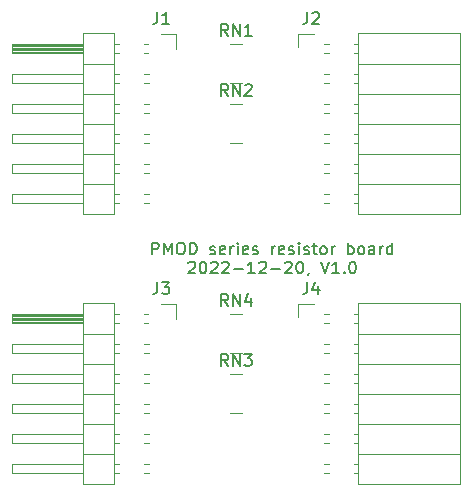
<source format=gto>
G04 #@! TF.GenerationSoftware,KiCad,Pcbnew,(6.0.9)*
G04 #@! TF.CreationDate,2022-11-21T19:08:44+01:00*
G04 #@! TF.ProjectId,PMOD series resistor board,504d4f44-2073-4657-9269-657320726573,V1.0*
G04 #@! TF.SameCoordinates,Original*
G04 #@! TF.FileFunction,Legend,Top*
G04 #@! TF.FilePolarity,Positive*
%FSLAX46Y46*%
G04 Gerber Fmt 4.6, Leading zero omitted, Abs format (unit mm)*
G04 Created by KiCad (PCBNEW (6.0.9)) date 2022-11-21 19:08:44*
%MOMM*%
%LPD*%
G01*
G04 APERTURE LIST*
%ADD10C,0.150000*%
%ADD11C,0.120000*%
%ADD12R,0.800000X0.500000*%
%ADD13R,0.800000X0.400000*%
%ADD14O,1.700000X1.700000*%
%ADD15R,1.700000X1.700000*%
G04 APERTURE END LIST*
D10*
X174491333Y-126647380D02*
X174491333Y-125647380D01*
X174872285Y-125647380D01*
X174967523Y-125695000D01*
X175015142Y-125742619D01*
X175062761Y-125837857D01*
X175062761Y-125980714D01*
X175015142Y-126075952D01*
X174967523Y-126123571D01*
X174872285Y-126171190D01*
X174491333Y-126171190D01*
X175491333Y-126647380D02*
X175491333Y-125647380D01*
X175824666Y-126361666D01*
X176158000Y-125647380D01*
X176158000Y-126647380D01*
X176824666Y-125647380D02*
X177015142Y-125647380D01*
X177110380Y-125695000D01*
X177205619Y-125790238D01*
X177253238Y-125980714D01*
X177253238Y-126314047D01*
X177205619Y-126504523D01*
X177110380Y-126599761D01*
X177015142Y-126647380D01*
X176824666Y-126647380D01*
X176729428Y-126599761D01*
X176634190Y-126504523D01*
X176586571Y-126314047D01*
X176586571Y-125980714D01*
X176634190Y-125790238D01*
X176729428Y-125695000D01*
X176824666Y-125647380D01*
X177681809Y-126647380D02*
X177681809Y-125647380D01*
X177919904Y-125647380D01*
X178062761Y-125695000D01*
X178158000Y-125790238D01*
X178205619Y-125885476D01*
X178253238Y-126075952D01*
X178253238Y-126218809D01*
X178205619Y-126409285D01*
X178158000Y-126504523D01*
X178062761Y-126599761D01*
X177919904Y-126647380D01*
X177681809Y-126647380D01*
X179396095Y-126599761D02*
X179491333Y-126647380D01*
X179681809Y-126647380D01*
X179777047Y-126599761D01*
X179824666Y-126504523D01*
X179824666Y-126456904D01*
X179777047Y-126361666D01*
X179681809Y-126314047D01*
X179538952Y-126314047D01*
X179443714Y-126266428D01*
X179396095Y-126171190D01*
X179396095Y-126123571D01*
X179443714Y-126028333D01*
X179538952Y-125980714D01*
X179681809Y-125980714D01*
X179777047Y-126028333D01*
X180634190Y-126599761D02*
X180538952Y-126647380D01*
X180348476Y-126647380D01*
X180253238Y-126599761D01*
X180205619Y-126504523D01*
X180205619Y-126123571D01*
X180253238Y-126028333D01*
X180348476Y-125980714D01*
X180538952Y-125980714D01*
X180634190Y-126028333D01*
X180681809Y-126123571D01*
X180681809Y-126218809D01*
X180205619Y-126314047D01*
X181110380Y-126647380D02*
X181110380Y-125980714D01*
X181110380Y-126171190D02*
X181158000Y-126075952D01*
X181205619Y-126028333D01*
X181300857Y-125980714D01*
X181396095Y-125980714D01*
X181729428Y-126647380D02*
X181729428Y-125980714D01*
X181729428Y-125647380D02*
X181681809Y-125695000D01*
X181729428Y-125742619D01*
X181777047Y-125695000D01*
X181729428Y-125647380D01*
X181729428Y-125742619D01*
X182586571Y-126599761D02*
X182491333Y-126647380D01*
X182300857Y-126647380D01*
X182205619Y-126599761D01*
X182158000Y-126504523D01*
X182158000Y-126123571D01*
X182205619Y-126028333D01*
X182300857Y-125980714D01*
X182491333Y-125980714D01*
X182586571Y-126028333D01*
X182634190Y-126123571D01*
X182634190Y-126218809D01*
X182158000Y-126314047D01*
X183015142Y-126599761D02*
X183110380Y-126647380D01*
X183300857Y-126647380D01*
X183396095Y-126599761D01*
X183443714Y-126504523D01*
X183443714Y-126456904D01*
X183396095Y-126361666D01*
X183300857Y-126314047D01*
X183158000Y-126314047D01*
X183062761Y-126266428D01*
X183015142Y-126171190D01*
X183015142Y-126123571D01*
X183062761Y-126028333D01*
X183158000Y-125980714D01*
X183300857Y-125980714D01*
X183396095Y-126028333D01*
X184634190Y-126647380D02*
X184634190Y-125980714D01*
X184634190Y-126171190D02*
X184681809Y-126075952D01*
X184729428Y-126028333D01*
X184824666Y-125980714D01*
X184919904Y-125980714D01*
X185634190Y-126599761D02*
X185538952Y-126647380D01*
X185348476Y-126647380D01*
X185253238Y-126599761D01*
X185205619Y-126504523D01*
X185205619Y-126123571D01*
X185253238Y-126028333D01*
X185348476Y-125980714D01*
X185538952Y-125980714D01*
X185634190Y-126028333D01*
X185681809Y-126123571D01*
X185681809Y-126218809D01*
X185205619Y-126314047D01*
X186062761Y-126599761D02*
X186158000Y-126647380D01*
X186348476Y-126647380D01*
X186443714Y-126599761D01*
X186491333Y-126504523D01*
X186491333Y-126456904D01*
X186443714Y-126361666D01*
X186348476Y-126314047D01*
X186205619Y-126314047D01*
X186110380Y-126266428D01*
X186062761Y-126171190D01*
X186062761Y-126123571D01*
X186110380Y-126028333D01*
X186205619Y-125980714D01*
X186348476Y-125980714D01*
X186443714Y-126028333D01*
X186919904Y-126647380D02*
X186919904Y-125980714D01*
X186919904Y-125647380D02*
X186872285Y-125695000D01*
X186919904Y-125742619D01*
X186967523Y-125695000D01*
X186919904Y-125647380D01*
X186919904Y-125742619D01*
X187348476Y-126599761D02*
X187443714Y-126647380D01*
X187634190Y-126647380D01*
X187729428Y-126599761D01*
X187777047Y-126504523D01*
X187777047Y-126456904D01*
X187729428Y-126361666D01*
X187634190Y-126314047D01*
X187491333Y-126314047D01*
X187396095Y-126266428D01*
X187348476Y-126171190D01*
X187348476Y-126123571D01*
X187396095Y-126028333D01*
X187491333Y-125980714D01*
X187634190Y-125980714D01*
X187729428Y-126028333D01*
X188062761Y-125980714D02*
X188443714Y-125980714D01*
X188205619Y-125647380D02*
X188205619Y-126504523D01*
X188253238Y-126599761D01*
X188348476Y-126647380D01*
X188443714Y-126647380D01*
X188919904Y-126647380D02*
X188824666Y-126599761D01*
X188777047Y-126552142D01*
X188729428Y-126456904D01*
X188729428Y-126171190D01*
X188777047Y-126075952D01*
X188824666Y-126028333D01*
X188919904Y-125980714D01*
X189062761Y-125980714D01*
X189158000Y-126028333D01*
X189205619Y-126075952D01*
X189253238Y-126171190D01*
X189253238Y-126456904D01*
X189205619Y-126552142D01*
X189158000Y-126599761D01*
X189062761Y-126647380D01*
X188919904Y-126647380D01*
X189681809Y-126647380D02*
X189681809Y-125980714D01*
X189681809Y-126171190D02*
X189729428Y-126075952D01*
X189777047Y-126028333D01*
X189872285Y-125980714D01*
X189967523Y-125980714D01*
X191062761Y-126647380D02*
X191062761Y-125647380D01*
X191062761Y-126028333D02*
X191158000Y-125980714D01*
X191348476Y-125980714D01*
X191443714Y-126028333D01*
X191491333Y-126075952D01*
X191538952Y-126171190D01*
X191538952Y-126456904D01*
X191491333Y-126552142D01*
X191443714Y-126599761D01*
X191348476Y-126647380D01*
X191158000Y-126647380D01*
X191062761Y-126599761D01*
X192110380Y-126647380D02*
X192015142Y-126599761D01*
X191967523Y-126552142D01*
X191919904Y-126456904D01*
X191919904Y-126171190D01*
X191967523Y-126075952D01*
X192015142Y-126028333D01*
X192110380Y-125980714D01*
X192253238Y-125980714D01*
X192348476Y-126028333D01*
X192396095Y-126075952D01*
X192443714Y-126171190D01*
X192443714Y-126456904D01*
X192396095Y-126552142D01*
X192348476Y-126599761D01*
X192253238Y-126647380D01*
X192110380Y-126647380D01*
X193300857Y-126647380D02*
X193300857Y-126123571D01*
X193253238Y-126028333D01*
X193158000Y-125980714D01*
X192967523Y-125980714D01*
X192872285Y-126028333D01*
X193300857Y-126599761D02*
X193205619Y-126647380D01*
X192967523Y-126647380D01*
X192872285Y-126599761D01*
X192824666Y-126504523D01*
X192824666Y-126409285D01*
X192872285Y-126314047D01*
X192967523Y-126266428D01*
X193205619Y-126266428D01*
X193300857Y-126218809D01*
X193777047Y-126647380D02*
X193777047Y-125980714D01*
X193777047Y-126171190D02*
X193824666Y-126075952D01*
X193872285Y-126028333D01*
X193967523Y-125980714D01*
X194062761Y-125980714D01*
X194824666Y-126647380D02*
X194824666Y-125647380D01*
X194824666Y-126599761D02*
X194729428Y-126647380D01*
X194538952Y-126647380D01*
X194443714Y-126599761D01*
X194396095Y-126552142D01*
X194348476Y-126456904D01*
X194348476Y-126171190D01*
X194396095Y-126075952D01*
X194443714Y-126028333D01*
X194538952Y-125980714D01*
X194729428Y-125980714D01*
X194824666Y-126028333D01*
X177562761Y-127352619D02*
X177610380Y-127305000D01*
X177705619Y-127257380D01*
X177943714Y-127257380D01*
X178038952Y-127305000D01*
X178086571Y-127352619D01*
X178134190Y-127447857D01*
X178134190Y-127543095D01*
X178086571Y-127685952D01*
X177515142Y-128257380D01*
X178134190Y-128257380D01*
X178753238Y-127257380D02*
X178848476Y-127257380D01*
X178943714Y-127305000D01*
X178991333Y-127352619D01*
X179038952Y-127447857D01*
X179086571Y-127638333D01*
X179086571Y-127876428D01*
X179038952Y-128066904D01*
X178991333Y-128162142D01*
X178943714Y-128209761D01*
X178848476Y-128257380D01*
X178753238Y-128257380D01*
X178658000Y-128209761D01*
X178610380Y-128162142D01*
X178562761Y-128066904D01*
X178515142Y-127876428D01*
X178515142Y-127638333D01*
X178562761Y-127447857D01*
X178610380Y-127352619D01*
X178658000Y-127305000D01*
X178753238Y-127257380D01*
X179467523Y-127352619D02*
X179515142Y-127305000D01*
X179610380Y-127257380D01*
X179848476Y-127257380D01*
X179943714Y-127305000D01*
X179991333Y-127352619D01*
X180038952Y-127447857D01*
X180038952Y-127543095D01*
X179991333Y-127685952D01*
X179419904Y-128257380D01*
X180038952Y-128257380D01*
X180419904Y-127352619D02*
X180467523Y-127305000D01*
X180562761Y-127257380D01*
X180800857Y-127257380D01*
X180896095Y-127305000D01*
X180943714Y-127352619D01*
X180991333Y-127447857D01*
X180991333Y-127543095D01*
X180943714Y-127685952D01*
X180372285Y-128257380D01*
X180991333Y-128257380D01*
X181419904Y-127876428D02*
X182181809Y-127876428D01*
X183181809Y-128257380D02*
X182610380Y-128257380D01*
X182896095Y-128257380D02*
X182896095Y-127257380D01*
X182800857Y-127400238D01*
X182705619Y-127495476D01*
X182610380Y-127543095D01*
X183562761Y-127352619D02*
X183610380Y-127305000D01*
X183705619Y-127257380D01*
X183943714Y-127257380D01*
X184038952Y-127305000D01*
X184086571Y-127352619D01*
X184134190Y-127447857D01*
X184134190Y-127543095D01*
X184086571Y-127685952D01*
X183515142Y-128257380D01*
X184134190Y-128257380D01*
X184562761Y-127876428D02*
X185324666Y-127876428D01*
X185753238Y-127352619D02*
X185800857Y-127305000D01*
X185896095Y-127257380D01*
X186134190Y-127257380D01*
X186229428Y-127305000D01*
X186277047Y-127352619D01*
X186324666Y-127447857D01*
X186324666Y-127543095D01*
X186277047Y-127685952D01*
X185705619Y-128257380D01*
X186324666Y-128257380D01*
X186943714Y-127257380D02*
X187038952Y-127257380D01*
X187134190Y-127305000D01*
X187181809Y-127352619D01*
X187229428Y-127447857D01*
X187277047Y-127638333D01*
X187277047Y-127876428D01*
X187229428Y-128066904D01*
X187181809Y-128162142D01*
X187134190Y-128209761D01*
X187038952Y-128257380D01*
X186943714Y-128257380D01*
X186848476Y-128209761D01*
X186800857Y-128162142D01*
X186753238Y-128066904D01*
X186705619Y-127876428D01*
X186705619Y-127638333D01*
X186753238Y-127447857D01*
X186800857Y-127352619D01*
X186848476Y-127305000D01*
X186943714Y-127257380D01*
X187753238Y-128209761D02*
X187753238Y-128257380D01*
X187705619Y-128352619D01*
X187658000Y-128400238D01*
X188800857Y-127257380D02*
X189134190Y-128257380D01*
X189467523Y-127257380D01*
X190324666Y-128257380D02*
X189753238Y-128257380D01*
X190038952Y-128257380D02*
X190038952Y-127257380D01*
X189943714Y-127400238D01*
X189848476Y-127495476D01*
X189753238Y-127543095D01*
X190753238Y-128162142D02*
X190800857Y-128209761D01*
X190753238Y-128257380D01*
X190705619Y-128209761D01*
X190753238Y-128162142D01*
X190753238Y-128257380D01*
X191419904Y-127257380D02*
X191515142Y-127257380D01*
X191610380Y-127305000D01*
X191657999Y-127352619D01*
X191705619Y-127447857D01*
X191753238Y-127638333D01*
X191753238Y-127876428D01*
X191705619Y-128066904D01*
X191657999Y-128162142D01*
X191610380Y-128209761D01*
X191515142Y-128257380D01*
X191419904Y-128257380D01*
X191324666Y-128209761D01*
X191277047Y-128162142D01*
X191229428Y-128066904D01*
X191181809Y-127876428D01*
X191181809Y-127638333D01*
X191229428Y-127447857D01*
X191277047Y-127352619D01*
X191324666Y-127305000D01*
X191419904Y-127257380D01*
X180919523Y-131002380D02*
X180586190Y-130526190D01*
X180348095Y-131002380D02*
X180348095Y-130002380D01*
X180729047Y-130002380D01*
X180824285Y-130050000D01*
X180871904Y-130097619D01*
X180919523Y-130192857D01*
X180919523Y-130335714D01*
X180871904Y-130430952D01*
X180824285Y-130478571D01*
X180729047Y-130526190D01*
X180348095Y-130526190D01*
X181348095Y-131002380D02*
X181348095Y-130002380D01*
X181919523Y-131002380D01*
X181919523Y-130002380D01*
X182824285Y-130335714D02*
X182824285Y-131002380D01*
X182586190Y-129954761D02*
X182348095Y-130669047D01*
X182967142Y-130669047D01*
X180919523Y-136082380D02*
X180586190Y-135606190D01*
X180348095Y-136082380D02*
X180348095Y-135082380D01*
X180729047Y-135082380D01*
X180824285Y-135130000D01*
X180871904Y-135177619D01*
X180919523Y-135272857D01*
X180919523Y-135415714D01*
X180871904Y-135510952D01*
X180824285Y-135558571D01*
X180729047Y-135606190D01*
X180348095Y-135606190D01*
X181348095Y-136082380D02*
X181348095Y-135082380D01*
X181919523Y-136082380D01*
X181919523Y-135082380D01*
X182300476Y-135082380D02*
X182919523Y-135082380D01*
X182586190Y-135463333D01*
X182729047Y-135463333D01*
X182824285Y-135510952D01*
X182871904Y-135558571D01*
X182919523Y-135653809D01*
X182919523Y-135891904D01*
X182871904Y-135987142D01*
X182824285Y-136034761D01*
X182729047Y-136082380D01*
X182443333Y-136082380D01*
X182348095Y-136034761D01*
X182300476Y-135987142D01*
X187626666Y-128992380D02*
X187626666Y-129706666D01*
X187579047Y-129849523D01*
X187483809Y-129944761D01*
X187340952Y-129992380D01*
X187245714Y-129992380D01*
X188531428Y-129325714D02*
X188531428Y-129992380D01*
X188293333Y-128944761D02*
X188055238Y-129659047D01*
X188674285Y-129659047D01*
X174926666Y-128992380D02*
X174926666Y-129706666D01*
X174879047Y-129849523D01*
X174783809Y-129944761D01*
X174640952Y-129992380D01*
X174545714Y-129992380D01*
X175307619Y-128992380D02*
X175926666Y-128992380D01*
X175593333Y-129373333D01*
X175736190Y-129373333D01*
X175831428Y-129420952D01*
X175879047Y-129468571D01*
X175926666Y-129563809D01*
X175926666Y-129801904D01*
X175879047Y-129897142D01*
X175831428Y-129944761D01*
X175736190Y-129992380D01*
X175450476Y-129992380D01*
X175355238Y-129944761D01*
X175307619Y-129897142D01*
X180919523Y-113222380D02*
X180586190Y-112746190D01*
X180348095Y-113222380D02*
X180348095Y-112222380D01*
X180729047Y-112222380D01*
X180824285Y-112270000D01*
X180871904Y-112317619D01*
X180919523Y-112412857D01*
X180919523Y-112555714D01*
X180871904Y-112650952D01*
X180824285Y-112698571D01*
X180729047Y-112746190D01*
X180348095Y-112746190D01*
X181348095Y-113222380D02*
X181348095Y-112222380D01*
X181919523Y-113222380D01*
X181919523Y-112222380D01*
X182348095Y-112317619D02*
X182395714Y-112270000D01*
X182490952Y-112222380D01*
X182729047Y-112222380D01*
X182824285Y-112270000D01*
X182871904Y-112317619D01*
X182919523Y-112412857D01*
X182919523Y-112508095D01*
X182871904Y-112650952D01*
X182300476Y-113222380D01*
X182919523Y-113222380D01*
X180919523Y-108142380D02*
X180586190Y-107666190D01*
X180348095Y-108142380D02*
X180348095Y-107142380D01*
X180729047Y-107142380D01*
X180824285Y-107190000D01*
X180871904Y-107237619D01*
X180919523Y-107332857D01*
X180919523Y-107475714D01*
X180871904Y-107570952D01*
X180824285Y-107618571D01*
X180729047Y-107666190D01*
X180348095Y-107666190D01*
X181348095Y-108142380D02*
X181348095Y-107142380D01*
X181919523Y-108142380D01*
X181919523Y-107142380D01*
X182919523Y-108142380D02*
X182348095Y-108142380D01*
X182633809Y-108142380D02*
X182633809Y-107142380D01*
X182538571Y-107285238D01*
X182443333Y-107380476D01*
X182348095Y-107428095D01*
X174926666Y-106132380D02*
X174926666Y-106846666D01*
X174879047Y-106989523D01*
X174783809Y-107084761D01*
X174640952Y-107132380D01*
X174545714Y-107132380D01*
X175926666Y-107132380D02*
X175355238Y-107132380D01*
X175640952Y-107132380D02*
X175640952Y-106132380D01*
X175545714Y-106275238D01*
X175450476Y-106370476D01*
X175355238Y-106418095D01*
X187626666Y-106132380D02*
X187626666Y-106846666D01*
X187579047Y-106989523D01*
X187483809Y-107084761D01*
X187340952Y-107132380D01*
X187245714Y-107132380D01*
X188055238Y-106227619D02*
X188102857Y-106180000D01*
X188198095Y-106132380D01*
X188436190Y-106132380D01*
X188531428Y-106180000D01*
X188579047Y-106227619D01*
X188626666Y-106322857D01*
X188626666Y-106418095D01*
X188579047Y-106560952D01*
X188007619Y-107132380D01*
X188626666Y-107132380D01*
D11*
X182110000Y-131670000D02*
X181110000Y-131670000D01*
X182110000Y-135030000D02*
X181110000Y-135030000D01*
X182110000Y-140110000D02*
X181110000Y-140110000D01*
X182110000Y-136750000D02*
X181110000Y-136750000D01*
X191953800Y-144436200D02*
X191543800Y-144436200D01*
X200583800Y-140986200D02*
X191953800Y-140986200D01*
X189450000Y-132440000D02*
X189010000Y-132440000D01*
X189450000Y-141880000D02*
X189010000Y-141880000D01*
X191953800Y-134996200D02*
X191543800Y-134996200D01*
X191953800Y-132456200D02*
X191543800Y-132456200D01*
X186850000Y-130810000D02*
X188180000Y-130810000D01*
X200583800Y-133366200D02*
X191953800Y-133366200D01*
X191953800Y-137536200D02*
X191543800Y-137536200D01*
X200583800Y-135906200D02*
X191953800Y-135906200D01*
X189450000Y-137520000D02*
X189010000Y-137520000D01*
X189450000Y-134260000D02*
X189010000Y-134260000D01*
X191953800Y-140076200D02*
X191543800Y-140076200D01*
X186850000Y-131920000D02*
X186850000Y-130810000D01*
X191953800Y-131736200D02*
X191543800Y-131736200D01*
X189450000Y-136800000D02*
X189010000Y-136800000D01*
X200583800Y-130766200D02*
X191953800Y-130766200D01*
X189450000Y-139340000D02*
X189010000Y-139340000D01*
X189450000Y-142600000D02*
X189010000Y-142600000D01*
X191953800Y-139356200D02*
X191543800Y-139356200D01*
X200583800Y-146126200D02*
X191953800Y-146126200D01*
X200583800Y-146126200D02*
X200583800Y-130766200D01*
X191953800Y-142616200D02*
X191543800Y-142616200D01*
X189450000Y-131720000D02*
X189010000Y-131720000D01*
X189450000Y-140060000D02*
X189010000Y-140060000D01*
X191953800Y-134276200D02*
X191543800Y-134276200D01*
X189450000Y-145140000D02*
X189070000Y-145140000D01*
X191953800Y-146126200D02*
X191953800Y-130766200D01*
X191953800Y-145156200D02*
X191543800Y-145156200D01*
X200583800Y-138446200D02*
X191953800Y-138446200D01*
X189450000Y-144420000D02*
X189070000Y-144420000D01*
X191953800Y-141896200D02*
X191543800Y-141896200D01*
X189450000Y-134980000D02*
X189010000Y-134980000D01*
X200583800Y-143526200D02*
X191953800Y-143526200D01*
X191953800Y-136816200D02*
X191543800Y-136816200D01*
X168620000Y-134240000D02*
X162620000Y-134240000D01*
X171677071Y-132460000D02*
X171280000Y-132460000D01*
X162620000Y-132460000D02*
X168620000Y-132460000D01*
X171677071Y-139320000D02*
X171280000Y-139320000D01*
X162620000Y-140080000D02*
X168620000Y-140080000D01*
X174217071Y-145160000D02*
X173762929Y-145160000D01*
X174217071Y-136780000D02*
X173762929Y-136780000D01*
X168620000Y-131880000D02*
X162620000Y-131880000D01*
X171280000Y-146110000D02*
X168620000Y-146110000D01*
X171280000Y-130750000D02*
X171280000Y-146110000D01*
X174217071Y-139320000D02*
X173762929Y-139320000D01*
X168620000Y-131760000D02*
X162620000Y-131760000D01*
X174217071Y-141860000D02*
X173762929Y-141860000D01*
X171280000Y-140970000D02*
X168620000Y-140970000D01*
X174217071Y-144400000D02*
X173762929Y-144400000D01*
X171677071Y-134240000D02*
X171280000Y-134240000D01*
X176530000Y-130810000D02*
X175260000Y-130810000D01*
X171280000Y-138430000D02*
X168620000Y-138430000D01*
X168620000Y-144400000D02*
X162620000Y-144400000D01*
X171677071Y-131700000D02*
X171280000Y-131700000D01*
X168620000Y-132000000D02*
X162620000Y-132000000D01*
X162620000Y-131700000D02*
X162620000Y-132460000D01*
X162620000Y-137540000D02*
X168620000Y-137540000D01*
X168620000Y-146110000D02*
X168620000Y-130750000D01*
X176530000Y-132080000D02*
X176530000Y-130810000D01*
X162620000Y-141860000D02*
X162620000Y-142620000D01*
X168620000Y-131700000D02*
X162620000Y-131700000D01*
X168620000Y-132360000D02*
X162620000Y-132360000D01*
X162620000Y-139320000D02*
X162620000Y-140080000D01*
X162620000Y-135000000D02*
X168620000Y-135000000D01*
X171677071Y-144400000D02*
X171280000Y-144400000D01*
X168620000Y-139320000D02*
X162620000Y-139320000D01*
X174150000Y-131700000D02*
X173762929Y-131700000D01*
X168620000Y-132240000D02*
X162620000Y-132240000D01*
X174150000Y-132460000D02*
X173762929Y-132460000D01*
X174217071Y-140080000D02*
X173762929Y-140080000D01*
X171677071Y-140080000D02*
X171280000Y-140080000D01*
X171280000Y-133350000D02*
X168620000Y-133350000D01*
X171677071Y-137540000D02*
X171280000Y-137540000D01*
X171677071Y-145160000D02*
X171280000Y-145160000D01*
X162620000Y-145160000D02*
X168620000Y-145160000D01*
X174217071Y-137540000D02*
X173762929Y-137540000D01*
X174217071Y-135000000D02*
X173762929Y-135000000D01*
X162620000Y-144400000D02*
X162620000Y-145160000D01*
X168620000Y-132120000D02*
X162620000Y-132120000D01*
X171677071Y-142620000D02*
X171280000Y-142620000D01*
X174217071Y-142620000D02*
X173762929Y-142620000D01*
X162620000Y-142620000D02*
X168620000Y-142620000D01*
X162620000Y-134240000D02*
X162620000Y-135000000D01*
X171280000Y-135890000D02*
X168620000Y-135890000D01*
X171280000Y-143510000D02*
X168620000Y-143510000D01*
X168620000Y-136780000D02*
X162620000Y-136780000D01*
X171677071Y-141860000D02*
X171280000Y-141860000D01*
X168620000Y-130750000D02*
X171280000Y-130750000D01*
X168620000Y-141860000D02*
X162620000Y-141860000D01*
X162620000Y-136780000D02*
X162620000Y-137540000D01*
X171677071Y-136780000D02*
X171280000Y-136780000D01*
X171677071Y-135000000D02*
X171280000Y-135000000D01*
X174217071Y-134240000D02*
X173762929Y-134240000D01*
X182110000Y-113890000D02*
X181110000Y-113890000D01*
X182110000Y-117250000D02*
X181110000Y-117250000D01*
X182110000Y-108810000D02*
X181110000Y-108810000D01*
X182110000Y-112170000D02*
X181110000Y-112170000D01*
X168620000Y-111380000D02*
X162620000Y-111380000D01*
X171677071Y-109600000D02*
X171280000Y-109600000D01*
X162620000Y-109600000D02*
X168620000Y-109600000D01*
X171677071Y-116460000D02*
X171280000Y-116460000D01*
X162620000Y-117220000D02*
X168620000Y-117220000D01*
X174217071Y-122300000D02*
X173762929Y-122300000D01*
X174217071Y-113920000D02*
X173762929Y-113920000D01*
X168620000Y-109020000D02*
X162620000Y-109020000D01*
X171280000Y-123250000D02*
X168620000Y-123250000D01*
X171280000Y-107890000D02*
X171280000Y-123250000D01*
X174217071Y-116460000D02*
X173762929Y-116460000D01*
X168620000Y-108900000D02*
X162620000Y-108900000D01*
X174217071Y-119000000D02*
X173762929Y-119000000D01*
X171280000Y-118110000D02*
X168620000Y-118110000D01*
X174217071Y-121540000D02*
X173762929Y-121540000D01*
X171677071Y-111380000D02*
X171280000Y-111380000D01*
X176530000Y-107950000D02*
X175260000Y-107950000D01*
X171280000Y-115570000D02*
X168620000Y-115570000D01*
X168620000Y-121540000D02*
X162620000Y-121540000D01*
X171677071Y-108840000D02*
X171280000Y-108840000D01*
X168620000Y-109140000D02*
X162620000Y-109140000D01*
X162620000Y-108840000D02*
X162620000Y-109600000D01*
X162620000Y-114680000D02*
X168620000Y-114680000D01*
X168620000Y-123250000D02*
X168620000Y-107890000D01*
X176530000Y-109220000D02*
X176530000Y-107950000D01*
X162620000Y-119000000D02*
X162620000Y-119760000D01*
X168620000Y-108840000D02*
X162620000Y-108840000D01*
X168620000Y-109500000D02*
X162620000Y-109500000D01*
X162620000Y-116460000D02*
X162620000Y-117220000D01*
X162620000Y-112140000D02*
X168620000Y-112140000D01*
X171677071Y-121540000D02*
X171280000Y-121540000D01*
X168620000Y-116460000D02*
X162620000Y-116460000D01*
X174150000Y-108840000D02*
X173762929Y-108840000D01*
X168620000Y-109380000D02*
X162620000Y-109380000D01*
X174150000Y-109600000D02*
X173762929Y-109600000D01*
X174217071Y-117220000D02*
X173762929Y-117220000D01*
X171677071Y-117220000D02*
X171280000Y-117220000D01*
X171280000Y-110490000D02*
X168620000Y-110490000D01*
X171677071Y-114680000D02*
X171280000Y-114680000D01*
X171677071Y-122300000D02*
X171280000Y-122300000D01*
X162620000Y-122300000D02*
X168620000Y-122300000D01*
X174217071Y-114680000D02*
X173762929Y-114680000D01*
X174217071Y-112140000D02*
X173762929Y-112140000D01*
X162620000Y-121540000D02*
X162620000Y-122300000D01*
X168620000Y-109260000D02*
X162620000Y-109260000D01*
X171677071Y-119760000D02*
X171280000Y-119760000D01*
X174217071Y-119760000D02*
X173762929Y-119760000D01*
X162620000Y-119760000D02*
X168620000Y-119760000D01*
X162620000Y-111380000D02*
X162620000Y-112140000D01*
X171280000Y-113030000D02*
X168620000Y-113030000D01*
X171280000Y-120650000D02*
X168620000Y-120650000D01*
X168620000Y-113920000D02*
X162620000Y-113920000D01*
X171677071Y-119000000D02*
X171280000Y-119000000D01*
X168620000Y-107890000D02*
X171280000Y-107890000D01*
X168620000Y-119000000D02*
X162620000Y-119000000D01*
X162620000Y-113920000D02*
X162620000Y-114680000D01*
X171677071Y-113920000D02*
X171280000Y-113920000D01*
X171677071Y-112140000D02*
X171280000Y-112140000D01*
X174217071Y-111380000D02*
X173762929Y-111380000D01*
X191953800Y-113956200D02*
X191543800Y-113956200D01*
X200583800Y-120666200D02*
X191953800Y-120666200D01*
X189450000Y-112120000D02*
X189010000Y-112120000D01*
X191953800Y-119036200D02*
X191543800Y-119036200D01*
X189450000Y-121560000D02*
X189070000Y-121560000D01*
X200583800Y-115586200D02*
X191953800Y-115586200D01*
X191953800Y-122296200D02*
X191543800Y-122296200D01*
X191953800Y-123266200D02*
X191953800Y-107906200D01*
X189450000Y-122280000D02*
X189070000Y-122280000D01*
X191953800Y-111416200D02*
X191543800Y-111416200D01*
X189450000Y-117200000D02*
X189010000Y-117200000D01*
X189450000Y-108860000D02*
X189010000Y-108860000D01*
X191953800Y-119756200D02*
X191543800Y-119756200D01*
X200583800Y-123266200D02*
X200583800Y-107906200D01*
X200583800Y-123266200D02*
X191953800Y-123266200D01*
X191953800Y-116496200D02*
X191543800Y-116496200D01*
X189450000Y-119740000D02*
X189010000Y-119740000D01*
X189450000Y-116480000D02*
X189010000Y-116480000D01*
X200583800Y-107906200D02*
X191953800Y-107906200D01*
X189450000Y-113940000D02*
X189010000Y-113940000D01*
X191953800Y-108876200D02*
X191543800Y-108876200D01*
X186850000Y-109060000D02*
X186850000Y-107950000D01*
X191953800Y-117216200D02*
X191543800Y-117216200D01*
X189450000Y-111400000D02*
X189010000Y-111400000D01*
X189450000Y-114660000D02*
X189010000Y-114660000D01*
X200583800Y-113046200D02*
X191953800Y-113046200D01*
X191953800Y-114676200D02*
X191543800Y-114676200D01*
X200583800Y-110506200D02*
X191953800Y-110506200D01*
X186850000Y-107950000D02*
X188180000Y-107950000D01*
X191953800Y-109596200D02*
X191543800Y-109596200D01*
X191953800Y-112136200D02*
X191543800Y-112136200D01*
X189450000Y-119020000D02*
X189010000Y-119020000D01*
X189450000Y-109580000D02*
X189010000Y-109580000D01*
X200583800Y-118126200D02*
X191953800Y-118126200D01*
X191953800Y-121576200D02*
X191543800Y-121576200D01*
%LPC*%
D12*
X180710000Y-132150000D03*
D13*
X180710000Y-132950000D03*
X180710000Y-133750000D03*
D12*
X180710000Y-134550000D03*
X182510000Y-134550000D03*
D13*
X182510000Y-133750000D03*
X182510000Y-132950000D03*
D12*
X182510000Y-132150000D03*
X182510000Y-137230000D03*
D13*
X182510000Y-138030000D03*
X182510000Y-138830000D03*
D12*
X182510000Y-139630000D03*
X180710000Y-139630000D03*
D13*
X180710000Y-138830000D03*
X180710000Y-138030000D03*
D12*
X180710000Y-137230000D03*
D14*
X190500000Y-144780000D03*
X190500000Y-142240000D03*
X190500000Y-139700000D03*
X190500000Y-137160000D03*
X190500000Y-134620000D03*
X190500000Y-132080000D03*
X187960000Y-144780000D03*
X187960000Y-142240000D03*
X187960000Y-139700000D03*
X187960000Y-137160000D03*
X187960000Y-134620000D03*
D15*
X187960000Y-132080000D03*
X175260000Y-132080000D03*
D14*
X175260000Y-134620000D03*
X175260000Y-137160000D03*
X175260000Y-139700000D03*
X175260000Y-142240000D03*
X175260000Y-144780000D03*
X172720000Y-132080000D03*
X172720000Y-134620000D03*
X172720000Y-137160000D03*
X172720000Y-139700000D03*
X172720000Y-142240000D03*
X172720000Y-144780000D03*
D12*
X180710000Y-114370000D03*
D13*
X180710000Y-115170000D03*
X180710000Y-115970000D03*
D12*
X180710000Y-116770000D03*
X182510000Y-116770000D03*
D13*
X182510000Y-115970000D03*
X182510000Y-115170000D03*
D12*
X182510000Y-114370000D03*
X180710000Y-109290000D03*
D13*
X180710000Y-110090000D03*
X180710000Y-110890000D03*
D12*
X180710000Y-111690000D03*
X182510000Y-111690000D03*
D13*
X182510000Y-110890000D03*
X182510000Y-110090000D03*
D12*
X182510000Y-109290000D03*
D15*
X175260000Y-109220000D03*
D14*
X175260000Y-111760000D03*
X175260000Y-114300000D03*
X175260000Y-116840000D03*
X175260000Y-119380000D03*
X175260000Y-121920000D03*
X172720000Y-109220000D03*
X172720000Y-111760000D03*
X172720000Y-114300000D03*
X172720000Y-116840000D03*
X172720000Y-119380000D03*
X172720000Y-121920000D03*
D15*
X187960000Y-109220000D03*
D14*
X187960000Y-111760000D03*
X187960000Y-114300000D03*
X187960000Y-116840000D03*
X187960000Y-119380000D03*
X187960000Y-121920000D03*
X190500000Y-109220000D03*
X190500000Y-111760000D03*
X190500000Y-114300000D03*
X190500000Y-116840000D03*
X190500000Y-119380000D03*
X190500000Y-121920000D03*
M02*

</source>
